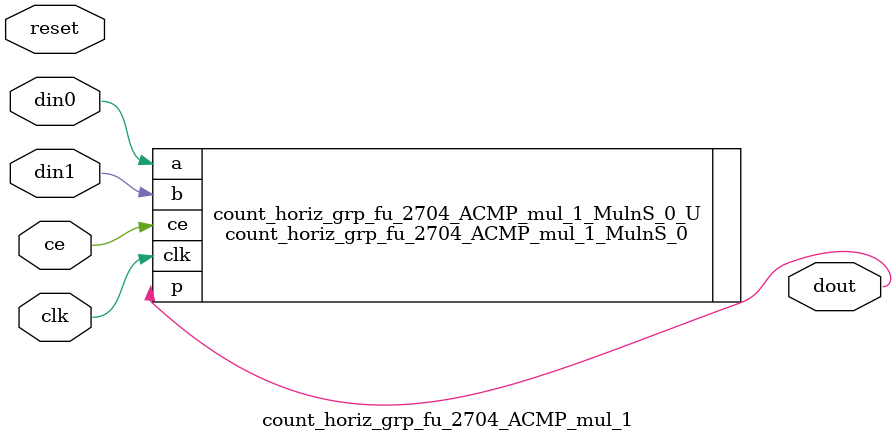
<source format=v>

`timescale 1 ns / 1 ps
module count_horiz_grp_fu_2704_ACMP_mul_1(
    clk,
    reset,
    ce,
    din0,
    din1,
    dout);

parameter ID = 32'd1;
parameter NUM_STAGE = 32'd1;
parameter din0_WIDTH = 32'd1;
parameter din1_WIDTH = 32'd1;
parameter dout_WIDTH = 32'd1;
input clk;
input reset;
input ce;
input[din0_WIDTH - 1:0] din0;
input[din1_WIDTH - 1:0] din1;
output[dout_WIDTH - 1:0] dout;



count_horiz_grp_fu_2704_ACMP_mul_1_MulnS_0 count_horiz_grp_fu_2704_ACMP_mul_1_MulnS_0_U(
    .clk( clk ),
    .ce( ce ),
    .a( din0 ),
    .b( din1 ),
    .p( dout ));

endmodule

</source>
